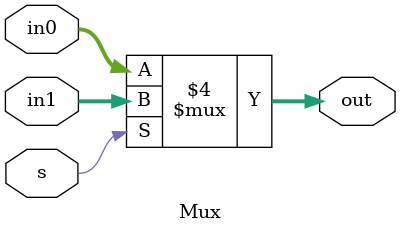
<source format=v>
`timescale 1ns / 1ps
module Mux
	#(parameter n = 2)
	(
	input [n-1:0]in0,
	input [n-1:0]in1,
	input s,
	output reg[n-1:0] out
    );
	 always@(*)
		begin
			if (s == 1'b1) begin out = in1;end
			else begin out = in0; end
		end
endmodule
</source>
